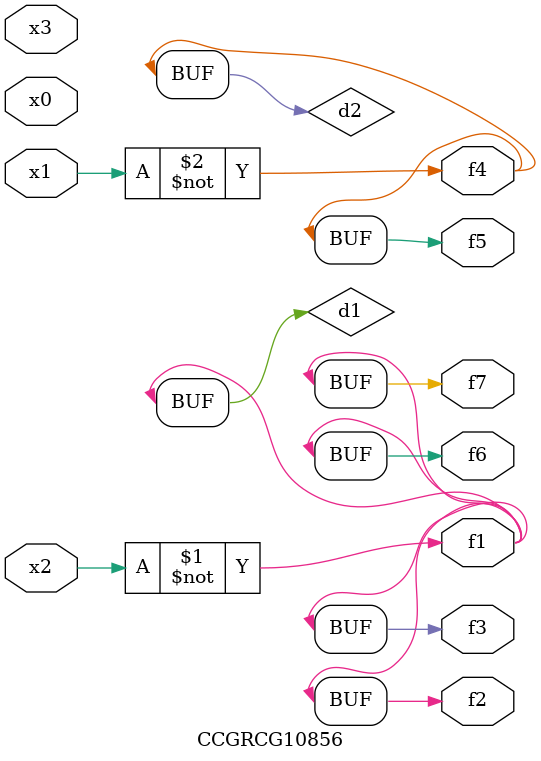
<source format=v>
module CCGRCG10856(
	input x0, x1, x2, x3,
	output f1, f2, f3, f4, f5, f6, f7
);

	wire d1, d2;

	xnor (d1, x2);
	not (d2, x1);
	assign f1 = d1;
	assign f2 = d1;
	assign f3 = d1;
	assign f4 = d2;
	assign f5 = d2;
	assign f6 = d1;
	assign f7 = d1;
endmodule

</source>
